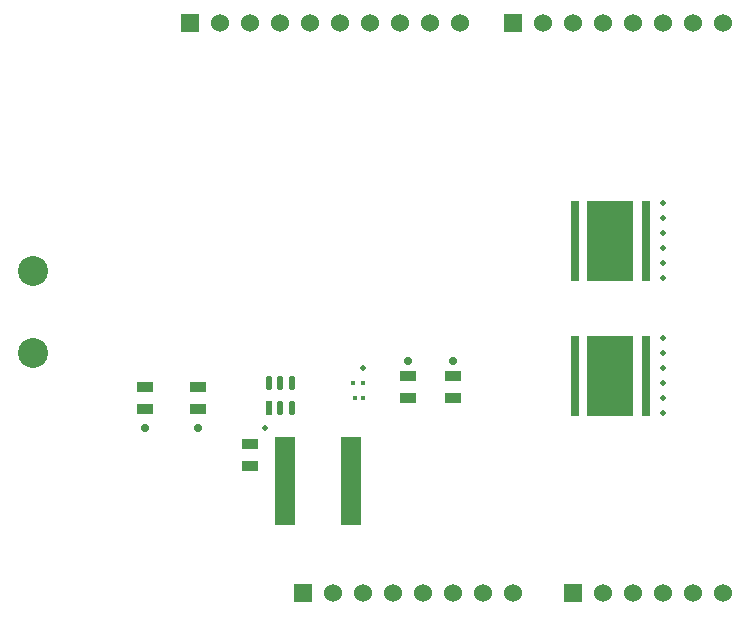
<source format=gts>
G04*
G04 #@! TF.GenerationSoftware,Altium Limited,Altium Designer,23.0.1 (38)*
G04*
G04 Layer_Color=8388736*
%FSLAX44Y44*%
%MOMM*%
G71*
G04*
G04 #@! TF.SameCoordinates,0F5A5953-1C99-4B13-B072-97D860EFC2FA*
G04*
G04*
G04 #@! TF.FilePolarity,Negative*
G04*
G01*
G75*
%ADD14R,0.4500X0.4500*%
%ADD15R,0.4500X0.3500*%
%ADD16R,1.8000X7.5000*%
G04:AMPARAMS|DCode=17|XSize=1.2544mm|YSize=0.5321mm|CornerRadius=0.2661mm|HoleSize=0mm|Usage=FLASHONLY|Rotation=90.000|XOffset=0mm|YOffset=0mm|HoleType=Round|Shape=RoundedRectangle|*
%AMROUNDEDRECTD17*
21,1,1.2544,0.0000,0,0,90.0*
21,1,0.7223,0.5321,0,0,90.0*
1,1,0.5321,0.0000,0.3611*
1,1,0.5321,0.0000,-0.3611*
1,1,0.5321,0.0000,-0.3611*
1,1,0.5321,0.0000,0.3611*
%
%ADD17ROUNDEDRECTD17*%
%ADD18R,0.5321X1.2544*%
%ADD19R,1.4000X0.9500*%
%ADD20R,3.9000X6.7600*%
%ADD21R,0.7000X6.7600*%
%ADD22R,1.5300X1.5300*%
%ADD23C,1.5300*%
%ADD24C,2.5400*%
%ADD25C,0.5080*%
%ADD26C,0.7112*%
D14*
X322200Y203200D02*
D03*
X330200D02*
D03*
D15*
X323700Y190500D02*
D03*
X330200D02*
D03*
D16*
X320100Y120650D02*
D03*
X264100D02*
D03*
D17*
X250850Y203200D02*
D03*
X260350D02*
D03*
X269850D02*
D03*
Y182194D02*
D03*
X260350D02*
D03*
D18*
X250850D02*
D03*
D19*
X406400Y209000D02*
D03*
Y190500D02*
D03*
X234950Y151850D02*
D03*
Y133350D02*
D03*
X146050Y181250D02*
D03*
Y199750D02*
D03*
X190500Y181250D02*
D03*
Y199750D02*
D03*
X368300Y209000D02*
D03*
Y190500D02*
D03*
D20*
X539750Y323850D02*
D03*
Y209550D02*
D03*
D21*
X569750Y323850D02*
D03*
X509750D02*
D03*
X569750Y209550D02*
D03*
X509750D02*
D03*
D22*
X184150Y508000D02*
D03*
X457200D02*
D03*
X508000Y25400D02*
D03*
X279400D02*
D03*
D23*
X209550Y508000D02*
D03*
X234950D02*
D03*
X260350D02*
D03*
X285750D02*
D03*
X311150D02*
D03*
X336550D02*
D03*
X361950D02*
D03*
X387350D02*
D03*
X412750D02*
D03*
X482600D02*
D03*
X508000D02*
D03*
X533400D02*
D03*
X558800D02*
D03*
X584200D02*
D03*
X609600D02*
D03*
X635000D02*
D03*
X533400Y25400D02*
D03*
X558800D02*
D03*
X584200D02*
D03*
X609600D02*
D03*
X635000D02*
D03*
X304800D02*
D03*
X330200D02*
D03*
X355600D02*
D03*
X381000D02*
D03*
X406400D02*
D03*
X431800D02*
D03*
X457200D02*
D03*
D24*
X50800Y228600D02*
D03*
Y298450D02*
D03*
D25*
X584200Y355600D02*
D03*
Y342900D02*
D03*
Y330200D02*
D03*
Y317500D02*
D03*
Y304800D02*
D03*
Y292100D02*
D03*
Y241300D02*
D03*
Y228600D02*
D03*
Y215900D02*
D03*
Y203200D02*
D03*
Y190500D02*
D03*
Y177800D02*
D03*
X330200Y215900D02*
D03*
X247650Y165100D02*
D03*
D26*
X406400Y222250D02*
D03*
X368300D02*
D03*
X190500Y165100D02*
D03*
X146050D02*
D03*
M02*

</source>
